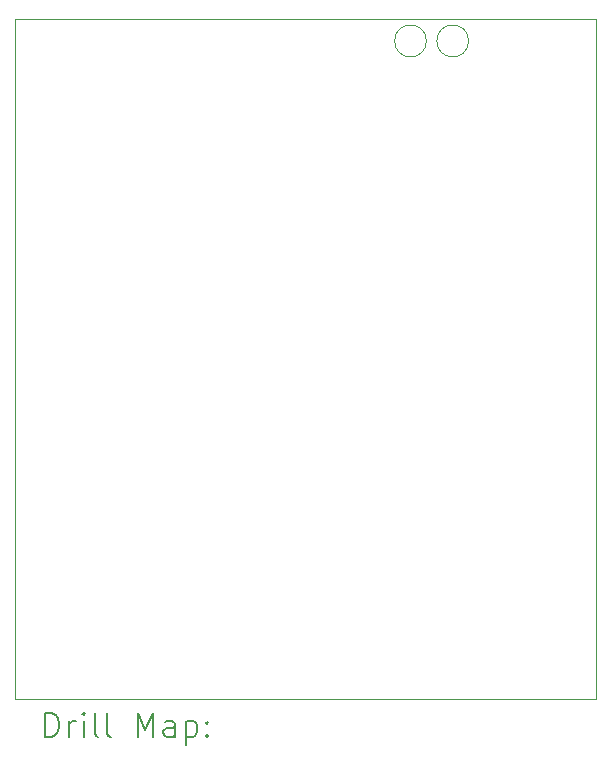
<source format=gbr>
%TF.GenerationSoftware,KiCad,Pcbnew,7.0.11-7.0.11~ubuntu22.04.1*%
%TF.CreationDate,2024-03-24T21:49:16+11:00*%
%TF.ProjectId,esp32_pwm_fan,65737033-325f-4707-976d-5f66616e2e6b,rev?*%
%TF.SameCoordinates,Original*%
%TF.FileFunction,Drillmap*%
%TF.FilePolarity,Positive*%
%FSLAX45Y45*%
G04 Gerber Fmt 4.5, Leading zero omitted, Abs format (unit mm)*
G04 Created by KiCad (PCBNEW 7.0.11-7.0.11~ubuntu22.04.1) date 2024-03-24 21:49:16*
%MOMM*%
%LPD*%
G01*
G04 APERTURE LIST*
%ADD10C,0.100000*%
%ADD11C,0.200000*%
G04 APERTURE END LIST*
D10*
X11141629Y-4788000D02*
G75*
G03*
X10872371Y-4788000I-134629J0D01*
G01*
X10872371Y-4788000D02*
G75*
G03*
X11141629Y-4788000I134629J0D01*
G01*
X7302500Y-4600000D02*
X12217500Y-4600000D01*
X12217500Y-10362500D01*
X7302500Y-10362500D01*
X7302500Y-4600000D01*
X10784629Y-4788000D02*
G75*
G03*
X10515371Y-4788000I-134629J0D01*
G01*
X10515371Y-4788000D02*
G75*
G03*
X10784629Y-4788000I134629J0D01*
G01*
D11*
X7558277Y-10678984D02*
X7558277Y-10478984D01*
X7558277Y-10478984D02*
X7605896Y-10478984D01*
X7605896Y-10478984D02*
X7634467Y-10488508D01*
X7634467Y-10488508D02*
X7653515Y-10507555D01*
X7653515Y-10507555D02*
X7663039Y-10526603D01*
X7663039Y-10526603D02*
X7672562Y-10564698D01*
X7672562Y-10564698D02*
X7672562Y-10593270D01*
X7672562Y-10593270D02*
X7663039Y-10631365D01*
X7663039Y-10631365D02*
X7653515Y-10650412D01*
X7653515Y-10650412D02*
X7634467Y-10669460D01*
X7634467Y-10669460D02*
X7605896Y-10678984D01*
X7605896Y-10678984D02*
X7558277Y-10678984D01*
X7758277Y-10678984D02*
X7758277Y-10545650D01*
X7758277Y-10583746D02*
X7767801Y-10564698D01*
X7767801Y-10564698D02*
X7777324Y-10555174D01*
X7777324Y-10555174D02*
X7796372Y-10545650D01*
X7796372Y-10545650D02*
X7815420Y-10545650D01*
X7882086Y-10678984D02*
X7882086Y-10545650D01*
X7882086Y-10478984D02*
X7872562Y-10488508D01*
X7872562Y-10488508D02*
X7882086Y-10498031D01*
X7882086Y-10498031D02*
X7891610Y-10488508D01*
X7891610Y-10488508D02*
X7882086Y-10478984D01*
X7882086Y-10478984D02*
X7882086Y-10498031D01*
X8005896Y-10678984D02*
X7986848Y-10669460D01*
X7986848Y-10669460D02*
X7977324Y-10650412D01*
X7977324Y-10650412D02*
X7977324Y-10478984D01*
X8110658Y-10678984D02*
X8091610Y-10669460D01*
X8091610Y-10669460D02*
X8082086Y-10650412D01*
X8082086Y-10650412D02*
X8082086Y-10478984D01*
X8339229Y-10678984D02*
X8339229Y-10478984D01*
X8339229Y-10478984D02*
X8405896Y-10621841D01*
X8405896Y-10621841D02*
X8472563Y-10478984D01*
X8472563Y-10478984D02*
X8472563Y-10678984D01*
X8653515Y-10678984D02*
X8653515Y-10574222D01*
X8653515Y-10574222D02*
X8643991Y-10555174D01*
X8643991Y-10555174D02*
X8624944Y-10545650D01*
X8624944Y-10545650D02*
X8586848Y-10545650D01*
X8586848Y-10545650D02*
X8567801Y-10555174D01*
X8653515Y-10669460D02*
X8634467Y-10678984D01*
X8634467Y-10678984D02*
X8586848Y-10678984D01*
X8586848Y-10678984D02*
X8567801Y-10669460D01*
X8567801Y-10669460D02*
X8558277Y-10650412D01*
X8558277Y-10650412D02*
X8558277Y-10631365D01*
X8558277Y-10631365D02*
X8567801Y-10612317D01*
X8567801Y-10612317D02*
X8586848Y-10602793D01*
X8586848Y-10602793D02*
X8634467Y-10602793D01*
X8634467Y-10602793D02*
X8653515Y-10593270D01*
X8748753Y-10545650D02*
X8748753Y-10745650D01*
X8748753Y-10555174D02*
X8767801Y-10545650D01*
X8767801Y-10545650D02*
X8805896Y-10545650D01*
X8805896Y-10545650D02*
X8824944Y-10555174D01*
X8824944Y-10555174D02*
X8834467Y-10564698D01*
X8834467Y-10564698D02*
X8843991Y-10583746D01*
X8843991Y-10583746D02*
X8843991Y-10640889D01*
X8843991Y-10640889D02*
X8834467Y-10659936D01*
X8834467Y-10659936D02*
X8824944Y-10669460D01*
X8824944Y-10669460D02*
X8805896Y-10678984D01*
X8805896Y-10678984D02*
X8767801Y-10678984D01*
X8767801Y-10678984D02*
X8748753Y-10669460D01*
X8929705Y-10659936D02*
X8939229Y-10669460D01*
X8939229Y-10669460D02*
X8929705Y-10678984D01*
X8929705Y-10678984D02*
X8920182Y-10669460D01*
X8920182Y-10669460D02*
X8929705Y-10659936D01*
X8929705Y-10659936D02*
X8929705Y-10678984D01*
X8929705Y-10555174D02*
X8939229Y-10564698D01*
X8939229Y-10564698D02*
X8929705Y-10574222D01*
X8929705Y-10574222D02*
X8920182Y-10564698D01*
X8920182Y-10564698D02*
X8929705Y-10555174D01*
X8929705Y-10555174D02*
X8929705Y-10574222D01*
M02*

</source>
